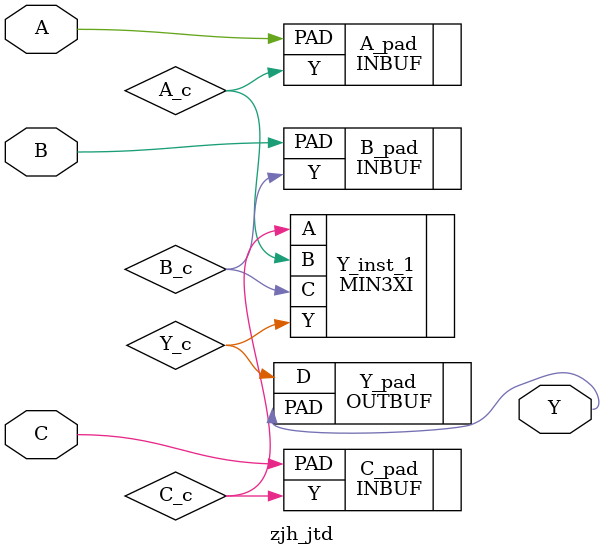
<source format=v>
`timescale 1 ns/100 ps


module zjh_jtd(
       A,
       B,
       C,
       Y
    );
input  A;
input  B;
input  C;
output Y;

    wire GND, VCC, A_c, B_c, C_c, Y_c;
    
    MIN3XI Y_inst_1 (.A(C_c), .B(A_c), .C(B_c), .Y(Y_c));
    INBUF C_pad (.PAD(C), .Y(C_c));
    INBUF B_pad (.PAD(B), .Y(B_c));
    OUTBUF Y_pad (.D(Y_c), .PAD(Y));
    VCC VCC_i (.Y(VCC));
    GND GND_i (.Y(GND));
    INBUF A_pad (.PAD(A), .Y(A_c));
    
endmodule

</source>
